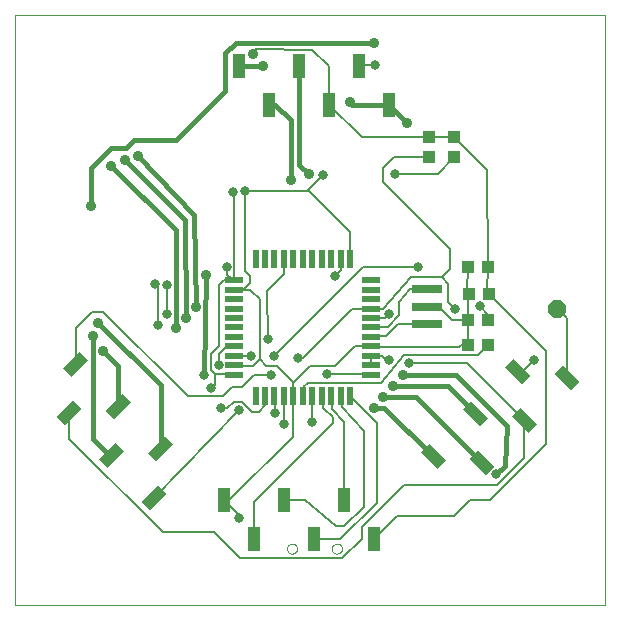
<source format=gtl>
G75*
%MOIN*%
%OFA0B0*%
%FSLAX24Y24*%
%IPPOS*%
%LPD*%
%AMOC8*
5,1,8,0,0,1.08239X$1,22.5*
%
%ADD10C,0.0000*%
%ADD11R,0.0197X0.0591*%
%ADD12R,0.0591X0.0197*%
%ADD13R,0.1024X0.0315*%
%ADD14R,0.0433X0.0394*%
%ADD15R,0.0394X0.0787*%
%ADD16R,0.0787X0.0394*%
%ADD17OC8,0.0600*%
%ADD18C,0.0080*%
%ADD19C,0.0317*%
%ADD20C,0.0356*%
%ADD21C,0.0160*%
D10*
X000100Y001115D02*
X000100Y020800D01*
X019785Y020800D01*
X019785Y001115D01*
X000100Y001115D01*
X009175Y003001D02*
X009177Y003026D01*
X009183Y003051D01*
X009192Y003075D01*
X009205Y003097D01*
X009222Y003117D01*
X009241Y003134D01*
X009262Y003148D01*
X009286Y003158D01*
X009310Y003165D01*
X009336Y003168D01*
X009361Y003167D01*
X009386Y003162D01*
X009410Y003153D01*
X009433Y003141D01*
X009453Y003126D01*
X009471Y003107D01*
X009486Y003086D01*
X009497Y003063D01*
X009505Y003039D01*
X009509Y003014D01*
X009509Y002988D01*
X009505Y002963D01*
X009497Y002939D01*
X009486Y002916D01*
X009471Y002895D01*
X009453Y002876D01*
X009433Y002861D01*
X009410Y002849D01*
X009386Y002840D01*
X009361Y002835D01*
X009336Y002834D01*
X009310Y002837D01*
X009286Y002844D01*
X009262Y002854D01*
X009241Y002868D01*
X009222Y002885D01*
X009205Y002905D01*
X009192Y002927D01*
X009183Y002951D01*
X009177Y002976D01*
X009175Y003001D01*
X010671Y003001D02*
X010673Y003026D01*
X010679Y003051D01*
X010688Y003075D01*
X010701Y003097D01*
X010718Y003117D01*
X010737Y003134D01*
X010758Y003148D01*
X010782Y003158D01*
X010806Y003165D01*
X010832Y003168D01*
X010857Y003167D01*
X010882Y003162D01*
X010906Y003153D01*
X010929Y003141D01*
X010949Y003126D01*
X010967Y003107D01*
X010982Y003086D01*
X010993Y003063D01*
X011001Y003039D01*
X011005Y003014D01*
X011005Y002988D01*
X011001Y002963D01*
X010993Y002939D01*
X010982Y002916D01*
X010967Y002895D01*
X010949Y002876D01*
X010929Y002861D01*
X010906Y002849D01*
X010882Y002840D01*
X010857Y002835D01*
X010832Y002834D01*
X010806Y002837D01*
X010782Y002844D01*
X010758Y002854D01*
X010737Y002868D01*
X010718Y002885D01*
X010701Y002905D01*
X010688Y002927D01*
X010679Y002951D01*
X010673Y002976D01*
X010671Y003001D01*
D11*
X010645Y008091D03*
X010960Y008091D03*
X011275Y008091D03*
X010330Y008091D03*
X010015Y008091D03*
X009700Y008091D03*
X009385Y008091D03*
X009070Y008091D03*
X008755Y008091D03*
X008440Y008091D03*
X008125Y008091D03*
X008125Y012658D03*
X008440Y012658D03*
X008755Y012658D03*
X009070Y012658D03*
X009385Y012658D03*
X009700Y012658D03*
X010015Y012658D03*
X010330Y012658D03*
X010645Y012658D03*
X010960Y012658D03*
X011275Y012658D03*
D12*
X011983Y011949D03*
X011983Y011634D03*
X011983Y011320D03*
X011983Y011005D03*
X011983Y010690D03*
X011983Y010375D03*
X011983Y010060D03*
X011983Y009745D03*
X011983Y009430D03*
X011983Y009115D03*
X011983Y008800D03*
X007417Y008800D03*
X007417Y009115D03*
X007417Y009430D03*
X007417Y009745D03*
X007417Y010060D03*
X007417Y010375D03*
X007417Y010690D03*
X007417Y011005D03*
X007417Y011320D03*
X007417Y011634D03*
X007417Y011949D03*
D13*
X013840Y011655D03*
X013840Y011065D03*
X013840Y010474D03*
D14*
X015215Y010625D03*
X015885Y010625D03*
X015885Y009805D03*
X015215Y009805D03*
X015245Y011495D03*
X015915Y011495D03*
X015865Y012375D03*
X015195Y012375D03*
X014750Y016060D03*
X014750Y016729D03*
X013900Y016719D03*
X013900Y016050D03*
D15*
X012590Y017805D03*
X011590Y019104D03*
X010590Y017805D03*
X009590Y019104D03*
X008590Y017805D03*
X007590Y019104D03*
X007080Y004614D03*
X008080Y003315D03*
X009080Y004614D03*
X010080Y003315D03*
X011080Y004614D03*
X012080Y003315D03*
D16*
G36*
X014183Y005661D02*
X013628Y006216D01*
X013907Y006495D01*
X014462Y005940D01*
X014183Y005661D01*
G37*
G36*
X015809Y005450D02*
X015254Y006005D01*
X015533Y006284D01*
X016088Y005729D01*
X015809Y005450D01*
G37*
G36*
X017223Y006864D02*
X016668Y007419D01*
X016947Y007698D01*
X017502Y007143D01*
X017223Y006864D01*
G37*
G36*
X015597Y007076D02*
X015042Y007631D01*
X015321Y007910D01*
X015876Y007355D01*
X015597Y007076D01*
G37*
G36*
X017012Y008490D02*
X016457Y009045D01*
X016736Y009324D01*
X017291Y008769D01*
X017012Y008490D01*
G37*
G36*
X018637Y008278D02*
X018082Y008833D01*
X018361Y009112D01*
X018916Y008557D01*
X018637Y008278D01*
G37*
G36*
X005375Y006464D02*
X004820Y005909D01*
X004541Y006188D01*
X005096Y006743D01*
X005375Y006464D01*
G37*
G36*
X005163Y004838D02*
X004608Y004283D01*
X004329Y004562D01*
X004884Y005117D01*
X005163Y004838D01*
G37*
G36*
X003749Y006252D02*
X003194Y005697D01*
X002915Y005976D01*
X003470Y006531D01*
X003749Y006252D01*
G37*
G36*
X003961Y007878D02*
X003406Y007323D01*
X003127Y007602D01*
X003682Y008157D01*
X003961Y007878D01*
G37*
G36*
X002546Y009292D02*
X001991Y008737D01*
X001712Y009016D01*
X002267Y009571D01*
X002546Y009292D01*
G37*
G36*
X002335Y007666D02*
X001780Y007111D01*
X001501Y007390D01*
X002056Y007945D01*
X002335Y007666D01*
G37*
D17*
X018170Y010995D03*
D18*
X018499Y010705D01*
X018499Y008695D01*
X017810Y009585D02*
X015915Y011480D01*
X015915Y011495D01*
X015855Y011555D01*
X015865Y012375D01*
X015855Y015625D01*
X014750Y016729D01*
X013910Y016729D01*
X013900Y016719D01*
X011676Y016719D01*
X010590Y017805D01*
X010590Y019105D01*
X010010Y019635D01*
X008150Y019645D01*
X008050Y019505D01*
X011590Y019104D02*
X011620Y019135D01*
X012120Y019135D01*
X012755Y016050D02*
X013900Y016050D01*
X014195Y015505D02*
X014750Y016060D01*
X014195Y015505D02*
X012780Y015505D01*
X012390Y015685D02*
X012390Y015235D01*
X014620Y013005D01*
X014620Y012335D01*
X014330Y012045D01*
X013310Y012045D01*
X012370Y011005D01*
X011983Y011005D01*
X011983Y011005D01*
X011350Y011005D01*
X009700Y009355D01*
X009550Y009355D01*
X009940Y009095D02*
X010790Y009095D01*
X011440Y009745D01*
X011983Y009745D01*
X011994Y009735D01*
X014900Y009735D01*
X014970Y009805D01*
X015215Y009805D01*
X015215Y010625D01*
X015215Y011465D01*
X015245Y011495D01*
X015185Y011555D01*
X015195Y012375D01*
X014540Y011835D02*
X014330Y012045D01*
X014540Y011835D02*
X014540Y011225D01*
X014760Y010995D01*
X014660Y010625D02*
X014230Y011055D01*
X013850Y011055D01*
X013840Y011065D01*
X013840Y010474D02*
X012879Y010474D01*
X012490Y010085D01*
X012008Y010085D01*
X011983Y010060D01*
X011983Y010375D02*
X012013Y010405D01*
X012540Y010395D01*
X012900Y010775D01*
X012900Y011225D01*
X013271Y011655D01*
X013840Y011655D01*
X013540Y012405D02*
X011720Y012405D01*
X008740Y009435D01*
X008850Y009105D02*
X008480Y009105D01*
X008260Y009325D01*
X008260Y009315D01*
X008040Y009095D01*
X007437Y009095D01*
X007417Y009115D01*
X007402Y008815D02*
X007417Y008800D01*
X007402Y008815D02*
X006770Y008815D01*
X006770Y008455D01*
X006650Y008355D01*
X007040Y008095D02*
X007330Y008385D01*
X007680Y008385D01*
X008070Y008775D01*
X008640Y008775D01*
X008650Y008785D01*
X008850Y009105D02*
X009385Y008570D01*
X009385Y008539D01*
X009940Y009095D01*
X009860Y008535D02*
X009710Y008385D01*
X009710Y008101D01*
X009700Y008091D01*
X009385Y008091D02*
X009385Y008539D01*
X009385Y008091D02*
X009370Y008076D01*
X009370Y006735D01*
X007250Y004614D01*
X007080Y004614D01*
X007570Y004124D01*
X007570Y004015D01*
X008080Y004565D02*
X010700Y007185D01*
X010700Y007395D01*
X010390Y007705D01*
X010390Y008031D01*
X010330Y008091D01*
X010015Y008091D02*
X010010Y008086D01*
X010010Y007235D01*
X010660Y007655D02*
X010660Y008076D01*
X010645Y008091D01*
X010960Y008091D02*
X011000Y008051D01*
X011000Y007725D01*
X011730Y006935D01*
X011740Y004405D01*
X011090Y003755D01*
X010800Y003755D01*
X009790Y004614D01*
X009080Y004614D01*
X008080Y004565D02*
X008080Y003315D01*
X007610Y002685D02*
X011010Y002675D01*
X011660Y003325D01*
X011660Y003715D01*
X013060Y005115D01*
X016170Y005115D01*
X017085Y006030D01*
X017085Y007281D01*
X015182Y009185D01*
X013230Y009185D01*
X013080Y009465D02*
X012320Y008535D01*
X009860Y008535D01*
X010500Y008835D02*
X011949Y008835D01*
X011983Y008800D01*
X011983Y009115D02*
X011983Y009430D01*
X011999Y009415D01*
X012340Y009415D01*
X012470Y009285D01*
X012570Y009285D01*
X013080Y009465D02*
X015545Y009465D01*
X015885Y009805D01*
X015885Y010625D02*
X015885Y010790D01*
X015600Y011075D01*
X015215Y010625D02*
X014660Y010625D01*
X012570Y010835D02*
X012435Y010690D01*
X011983Y010690D01*
X010770Y012095D02*
X010960Y012284D01*
X010960Y012658D01*
X011275Y012658D02*
X011275Y013560D01*
X009880Y014955D01*
X010390Y015465D01*
X009880Y014955D02*
X009860Y014935D01*
X007790Y014935D01*
X007790Y012245D01*
X007950Y012085D01*
X007950Y011865D01*
X007720Y011635D01*
X007940Y011635D01*
X008260Y011315D01*
X008260Y009325D01*
X007990Y009425D02*
X007432Y009415D01*
X007417Y009430D01*
X007417Y009745D02*
X007407Y009755D01*
X007160Y009755D01*
X006900Y009485D01*
X006900Y009125D01*
X006630Y008965D02*
X006770Y008825D01*
X006770Y008815D01*
X006630Y008965D02*
X006630Y009475D01*
X006920Y009765D01*
X006920Y011805D01*
X007065Y011949D01*
X007417Y011949D01*
X007180Y012116D01*
X007170Y012405D01*
X007417Y011949D02*
X007417Y014818D01*
X007360Y014875D01*
X009070Y012658D02*
X009070Y012155D01*
X008510Y011585D01*
X008530Y009995D01*
X007720Y011635D02*
X007417Y011635D01*
X007417Y011634D01*
X005180Y011785D02*
X005180Y010835D01*
X004860Y010445D02*
X004860Y011745D01*
X004790Y011815D01*
X003050Y010905D02*
X005860Y008095D01*
X007040Y008095D01*
X007410Y007905D02*
X007190Y007685D01*
X006960Y007685D01*
X007410Y007905D02*
X007660Y007905D01*
X008000Y007565D01*
X008230Y007565D01*
X008440Y007775D01*
X008440Y008091D01*
X008440Y008091D01*
X008755Y008091D02*
X008760Y008086D01*
X008760Y007525D01*
X009080Y007165D02*
X009080Y008081D01*
X009070Y008091D01*
X007570Y007615D02*
X004726Y004698D01*
X004746Y004700D01*
X005030Y003555D02*
X006740Y003555D01*
X007610Y002685D01*
X010080Y003315D02*
X010950Y003325D01*
X012160Y004525D01*
X012170Y007196D01*
X011275Y008091D01*
X010660Y007655D02*
X011080Y007235D01*
X011080Y004614D01*
X012080Y003315D02*
X012850Y004085D01*
X014750Y004085D01*
X015290Y004625D01*
X015930Y004625D01*
X017810Y006495D01*
X017810Y009585D01*
X017400Y009275D02*
X017032Y008907D01*
X016874Y008907D01*
X012390Y015685D02*
X012755Y016050D01*
X003050Y010905D02*
X002680Y010905D01*
X002129Y010354D01*
X002129Y009154D01*
X001918Y007528D02*
X001918Y006667D01*
X005030Y003555D01*
D19*
X007570Y004015D03*
X009080Y007165D03*
X008760Y007525D03*
X007570Y007615D03*
X006960Y007685D03*
X006650Y008355D03*
X006420Y008785D03*
X006900Y009125D03*
X007990Y009425D03*
X008530Y009995D03*
X008740Y009435D03*
X008650Y008785D03*
X009550Y009355D03*
X010500Y008835D03*
X010010Y007235D03*
X012570Y009285D03*
X013230Y009185D03*
X012570Y010835D03*
X013540Y012405D03*
X014760Y010995D03*
X015600Y011075D03*
X017400Y009275D03*
X016150Y005475D03*
X010770Y012095D03*
X007790Y014935D03*
X007360Y014875D03*
X007170Y012405D03*
X005180Y011785D03*
X004790Y011815D03*
X005180Y010835D03*
X004860Y010445D03*
X010390Y015465D03*
X012780Y015505D03*
X012120Y019135D03*
D20*
X012060Y019855D03*
X011260Y017875D03*
X013190Y017195D03*
X009920Y015475D03*
X009310Y015305D03*
X006480Y012135D03*
X006130Y011055D03*
X005810Y010705D03*
X005490Y010345D03*
X003030Y009605D03*
X002700Y010075D03*
X002890Y010525D03*
X002630Y014425D03*
X003310Y015745D03*
X003760Y015965D03*
X004200Y016085D03*
X008050Y019505D03*
X008360Y019095D03*
X013050Y008795D03*
X012710Y008415D03*
X012390Y008065D03*
X012060Y007705D03*
D21*
X012419Y007705D01*
X014045Y006078D01*
X015459Y007493D02*
X014537Y008415D01*
X012710Y008415D01*
X012390Y008065D02*
X013473Y008065D01*
X015671Y005867D01*
X016150Y005475D02*
X016440Y005765D01*
X016500Y007105D01*
X014810Y008795D01*
X013050Y008795D01*
X009310Y015305D02*
X009310Y017275D01*
X008780Y017805D01*
X008590Y017805D01*
X008360Y019095D02*
X008240Y019104D01*
X007590Y019104D01*
X007120Y019515D02*
X007470Y019865D01*
X007700Y019865D01*
X007710Y019865D01*
X012050Y019865D01*
X012060Y019855D01*
X012590Y017805D02*
X011330Y017805D01*
X011260Y017875D01*
X012590Y017805D02*
X012590Y017795D01*
X013190Y017195D01*
X009920Y015475D02*
X009590Y015805D01*
X009590Y019104D01*
X007120Y019515D02*
X007120Y018255D01*
X005490Y016625D01*
X004090Y016625D01*
X003810Y016345D01*
X003300Y016345D01*
X002630Y015675D01*
X002630Y014425D01*
X003310Y015745D02*
X005470Y013615D01*
X005490Y010345D01*
X005810Y010705D02*
X005760Y013945D01*
X003760Y015965D01*
X004200Y016085D02*
X006090Y014115D01*
X006130Y011055D01*
X006480Y012135D02*
X006420Y008785D01*
X004958Y008457D02*
X004958Y006326D01*
X003544Y007740D02*
X003544Y009091D01*
X003030Y009605D01*
X002710Y009805D02*
X002710Y006655D01*
X003251Y006114D01*
X003332Y006114D01*
X004958Y008457D02*
X002890Y010525D01*
X002700Y010075D02*
X002710Y009805D01*
M02*

</source>
